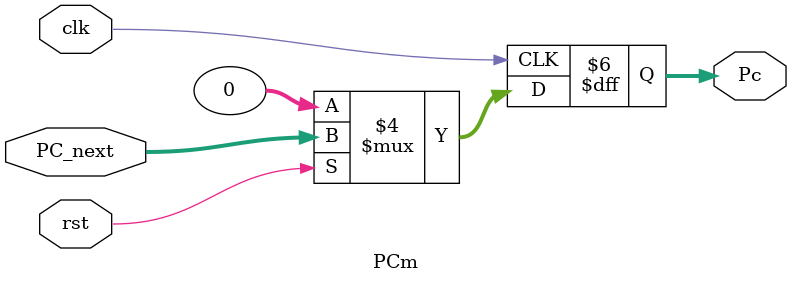
<source format=v>
module PCm(clk, rst, PC_next, Pc);

input [31:0] PC_next;
input clk, rst ; 
output reg [31:0] Pc ; 

always  @( posedge clk ) 
begin
    if (rst == 1'b0) 
        begin
           Pc <= 32'h00000000;
        end
     else begin
        Pc <= PC_next ;   
    end

    
end

endmodule
</source>
